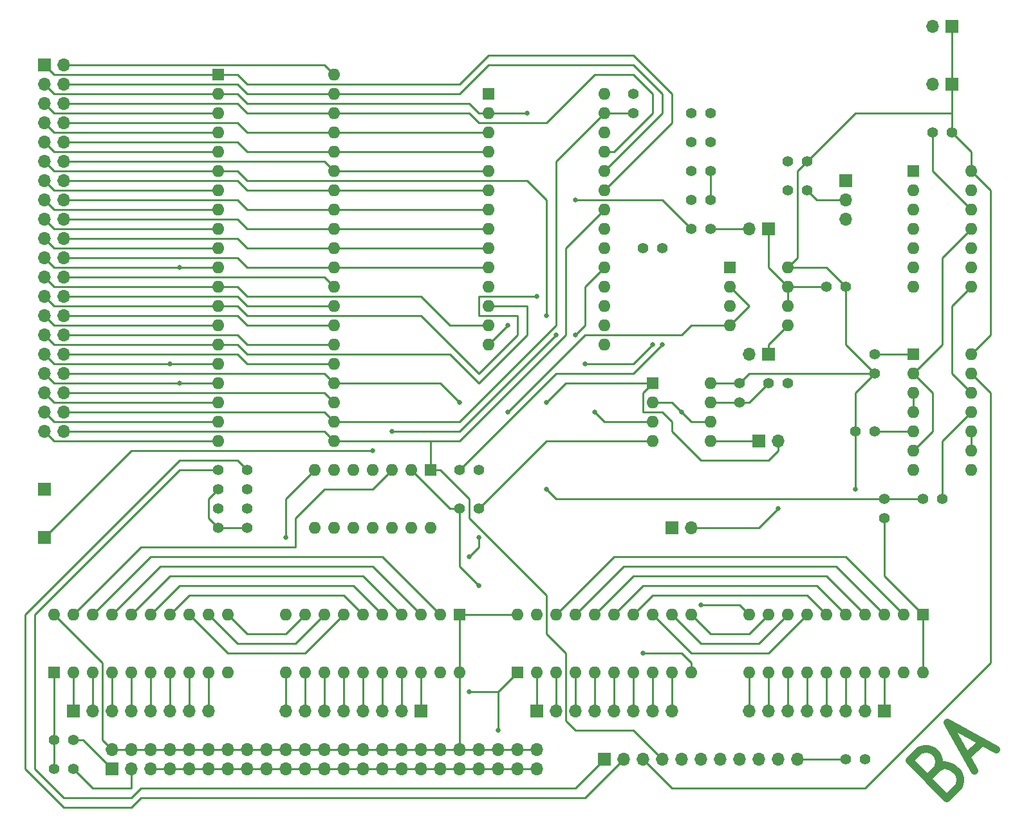
<source format=gtl>
G04 #@! TF.FileFunction,Copper,L1,Top,Mixed*
%FSLAX46Y46*%
G04 Gerber Fmt 4.6, Leading zero omitted, Abs format (unit mm)*
G04 Created by KiCad (PCBNEW 4.0.5) date 04/19/17 20:50:32*
%MOMM*%
%LPD*%
G01*
G04 APERTURE LIST*
%ADD10C,0.127000*%
%ADD11C,1.000000*%
%ADD12R,1.600000X1.600000*%
%ADD13O,1.600000X1.600000*%
%ADD14R,1.700000X1.700000*%
%ADD15O,1.700000X1.700000*%
%ADD16C,1.397000*%
%ADD17C,0.635000*%
%ADD18C,0.254000*%
G04 APERTURE END LIST*
D10*
D11*
X153071218Y-164991675D02*
X153913012Y-164621286D01*
X154350745Y-164654957D01*
X155024180Y-164924331D01*
X155731286Y-165631438D01*
X156000661Y-166304873D01*
X156034332Y-166742606D01*
X155865974Y-167382369D01*
X154249729Y-168998614D01*
X149299982Y-164048867D01*
X150714196Y-162634653D01*
X151353959Y-162466294D01*
X151791691Y-162499965D01*
X152465127Y-162769339D01*
X152936532Y-163240744D01*
X153205905Y-163914179D01*
X153239577Y-164351912D01*
X153071218Y-164991675D01*
X151657004Y-166405889D01*
X156876126Y-163543790D02*
X158896431Y-161523485D01*
X157886279Y-165362064D02*
X154350745Y-158998103D01*
X160714706Y-162533637D01*
D12*
X58420000Y-73660000D03*
D13*
X73660000Y-121920000D03*
X58420000Y-76200000D03*
X73660000Y-119380000D03*
X58420000Y-78740000D03*
X73660000Y-116840000D03*
X58420000Y-81280000D03*
X73660000Y-114300000D03*
X58420000Y-83820000D03*
X73660000Y-111760000D03*
X58420000Y-86360000D03*
X73660000Y-109220000D03*
X58420000Y-88900000D03*
X73660000Y-106680000D03*
X58420000Y-91440000D03*
X73660000Y-104140000D03*
X58420000Y-93980000D03*
X73660000Y-101600000D03*
X58420000Y-96520000D03*
X73660000Y-99060000D03*
X58420000Y-99060000D03*
X73660000Y-96520000D03*
X58420000Y-101600000D03*
X73660000Y-93980000D03*
X58420000Y-104140000D03*
X73660000Y-91440000D03*
X58420000Y-106680000D03*
X73660000Y-88900000D03*
X58420000Y-109220000D03*
X73660000Y-86360000D03*
X58420000Y-111760000D03*
X73660000Y-83820000D03*
X58420000Y-114300000D03*
X73660000Y-81280000D03*
X58420000Y-116840000D03*
X73660000Y-78740000D03*
X58420000Y-119380000D03*
X73660000Y-76200000D03*
X58420000Y-121920000D03*
X73660000Y-73660000D03*
D12*
X93980000Y-76200000D03*
D13*
X109220000Y-109220000D03*
X93980000Y-78740000D03*
X109220000Y-106680000D03*
X93980000Y-81280000D03*
X109220000Y-104140000D03*
X93980000Y-83820000D03*
X109220000Y-101600000D03*
X93980000Y-86360000D03*
X109220000Y-99060000D03*
X93980000Y-88900000D03*
X109220000Y-96520000D03*
X93980000Y-91440000D03*
X109220000Y-93980000D03*
X93980000Y-93980000D03*
X109220000Y-91440000D03*
X93980000Y-96520000D03*
X109220000Y-88900000D03*
X93980000Y-99060000D03*
X109220000Y-86360000D03*
X93980000Y-101600000D03*
X109220000Y-83820000D03*
X93980000Y-104140000D03*
X109220000Y-81280000D03*
X93980000Y-106680000D03*
X109220000Y-78740000D03*
X93980000Y-109220000D03*
X109220000Y-76200000D03*
D14*
X35560000Y-72390000D03*
D15*
X38100000Y-72390000D03*
X35560000Y-74930000D03*
X38100000Y-74930000D03*
X35560000Y-77470000D03*
X38100000Y-77470000D03*
X35560000Y-80010000D03*
X38100000Y-80010000D03*
X35560000Y-82550000D03*
X38100000Y-82550000D03*
X35560000Y-85090000D03*
X38100000Y-85090000D03*
X35560000Y-87630000D03*
X38100000Y-87630000D03*
X35560000Y-90170000D03*
X38100000Y-90170000D03*
X35560000Y-92710000D03*
X38100000Y-92710000D03*
X35560000Y-95250000D03*
X38100000Y-95250000D03*
X35560000Y-97790000D03*
X38100000Y-97790000D03*
X35560000Y-100330000D03*
X38100000Y-100330000D03*
X35560000Y-102870000D03*
X38100000Y-102870000D03*
X35560000Y-105410000D03*
X38100000Y-105410000D03*
X35560000Y-107950000D03*
X38100000Y-107950000D03*
X35560000Y-110490000D03*
X38100000Y-110490000D03*
X35560000Y-113030000D03*
X38100000Y-113030000D03*
X35560000Y-115570000D03*
X38100000Y-115570000D03*
X35560000Y-118110000D03*
X38100000Y-118110000D03*
X35560000Y-120650000D03*
X38100000Y-120650000D03*
D14*
X129540000Y-121920000D03*
D15*
X132080000Y-121920000D03*
D14*
X130810000Y-110490000D03*
D15*
X128270000Y-110490000D03*
D14*
X130810000Y-93980000D03*
D15*
X128270000Y-93980000D03*
D14*
X154940000Y-74930000D03*
D15*
X152400000Y-74930000D03*
D14*
X154940000Y-67310000D03*
D15*
X152400000Y-67310000D03*
D14*
X44450000Y-165100000D03*
D15*
X44450000Y-162560000D03*
X46990000Y-165100000D03*
X46990000Y-162560000D03*
X49530000Y-165100000D03*
X49530000Y-162560000D03*
X52070000Y-165100000D03*
X52070000Y-162560000D03*
X54610000Y-165100000D03*
X54610000Y-162560000D03*
X57150000Y-165100000D03*
X57150000Y-162560000D03*
X59690000Y-165100000D03*
X59690000Y-162560000D03*
X62230000Y-165100000D03*
X62230000Y-162560000D03*
X64770000Y-165100000D03*
X64770000Y-162560000D03*
X67310000Y-165100000D03*
X67310000Y-162560000D03*
X69850000Y-165100000D03*
X69850000Y-162560000D03*
X72390000Y-165100000D03*
X72390000Y-162560000D03*
X74930000Y-165100000D03*
X74930000Y-162560000D03*
X77470000Y-165100000D03*
X77470000Y-162560000D03*
X80010000Y-165100000D03*
X80010000Y-162560000D03*
X82550000Y-165100000D03*
X82550000Y-162560000D03*
X85090000Y-165100000D03*
X85090000Y-162560000D03*
X87630000Y-165100000D03*
X87630000Y-162560000D03*
X90170000Y-165100000D03*
X90170000Y-162560000D03*
X92710000Y-165100000D03*
X92710000Y-162560000D03*
X95250000Y-165100000D03*
X95250000Y-162560000D03*
X97790000Y-165100000D03*
X97790000Y-162560000D03*
X100330000Y-165100000D03*
X100330000Y-162560000D03*
D14*
X39370000Y-157480000D03*
D15*
X41910000Y-157480000D03*
X44450000Y-157480000D03*
X46990000Y-157480000D03*
X49530000Y-157480000D03*
X52070000Y-157480000D03*
X54610000Y-157480000D03*
X57150000Y-157480000D03*
D14*
X100330000Y-157480000D03*
D15*
X102870000Y-157480000D03*
X105410000Y-157480000D03*
X107950000Y-157480000D03*
X110490000Y-157480000D03*
X113030000Y-157480000D03*
X115570000Y-157480000D03*
X118110000Y-157480000D03*
D14*
X85090000Y-157480000D03*
D15*
X82550000Y-157480000D03*
X80010000Y-157480000D03*
X77470000Y-157480000D03*
X74930000Y-157480000D03*
X72390000Y-157480000D03*
X69850000Y-157480000D03*
X67310000Y-157480000D03*
D14*
X146050000Y-157480000D03*
D15*
X143510000Y-157480000D03*
X140970000Y-157480000D03*
X138430000Y-157480000D03*
X135890000Y-157480000D03*
X133350000Y-157480000D03*
X130810000Y-157480000D03*
X128270000Y-157480000D03*
D14*
X109220000Y-163830000D03*
D15*
X111760000Y-163830000D03*
X114300000Y-163830000D03*
X116840000Y-163830000D03*
X119380000Y-163830000D03*
X121920000Y-163830000D03*
X124460000Y-163830000D03*
X127000000Y-163830000D03*
X129540000Y-163830000D03*
X132080000Y-163830000D03*
X134620000Y-163830000D03*
D14*
X140970000Y-87630000D03*
D15*
X140970000Y-90170000D03*
X140970000Y-92710000D03*
D16*
X133350000Y-88900000D03*
X135890000Y-88900000D03*
X92710000Y-130810000D03*
X90170000Y-130810000D03*
X133350000Y-85090000D03*
X135890000Y-85090000D03*
X113030000Y-78740000D03*
X113030000Y-76200000D03*
X62230000Y-125730000D03*
X62230000Y-128270000D03*
X58420000Y-125730000D03*
X58420000Y-128270000D03*
X144780000Y-110490000D03*
X144780000Y-113030000D03*
X142240000Y-120650000D03*
X144780000Y-120650000D03*
X140970000Y-101600000D03*
X138430000Y-101600000D03*
X130810000Y-114300000D03*
X133350000Y-114300000D03*
X127000000Y-114300000D03*
X127000000Y-116840000D03*
X154940000Y-81280000D03*
X152400000Y-81280000D03*
X92710000Y-125730000D03*
X90170000Y-125730000D03*
X140970000Y-163830000D03*
X143510000Y-163830000D03*
X114300000Y-96520000D03*
X116840000Y-96520000D03*
X146050000Y-132080000D03*
X146050000Y-129540000D03*
X39370000Y-161290000D03*
X36830000Y-161290000D03*
X39370000Y-165100000D03*
X36830000Y-165100000D03*
D12*
X86360000Y-125730000D03*
D13*
X71120000Y-133350000D03*
X83820000Y-125730000D03*
X73660000Y-133350000D03*
X81280000Y-125730000D03*
X76200000Y-133350000D03*
X78740000Y-125730000D03*
X78740000Y-133350000D03*
X76200000Y-125730000D03*
X81280000Y-133350000D03*
X73660000Y-125730000D03*
X83820000Y-133350000D03*
X71120000Y-125730000D03*
X86360000Y-133350000D03*
D12*
X36830000Y-152400000D03*
D13*
X59690000Y-144780000D03*
X39370000Y-152400000D03*
X57150000Y-144780000D03*
X41910000Y-152400000D03*
X54610000Y-144780000D03*
X44450000Y-152400000D03*
X52070000Y-144780000D03*
X46990000Y-152400000D03*
X49530000Y-144780000D03*
X49530000Y-152400000D03*
X46990000Y-144780000D03*
X52070000Y-152400000D03*
X44450000Y-144780000D03*
X54610000Y-152400000D03*
X41910000Y-144780000D03*
X57150000Y-152400000D03*
X39370000Y-144780000D03*
X59690000Y-152400000D03*
X36830000Y-144780000D03*
D12*
X97790000Y-152400000D03*
D13*
X120650000Y-144780000D03*
X100330000Y-152400000D03*
X118110000Y-144780000D03*
X102870000Y-152400000D03*
X115570000Y-144780000D03*
X105410000Y-152400000D03*
X113030000Y-144780000D03*
X107950000Y-152400000D03*
X110490000Y-144780000D03*
X110490000Y-152400000D03*
X107950000Y-144780000D03*
X113030000Y-152400000D03*
X105410000Y-144780000D03*
X115570000Y-152400000D03*
X102870000Y-144780000D03*
X118110000Y-152400000D03*
X100330000Y-144780000D03*
X120650000Y-152400000D03*
X97790000Y-144780000D03*
D12*
X90170000Y-144780000D03*
D13*
X67310000Y-152400000D03*
X87630000Y-144780000D03*
X69850000Y-152400000D03*
X85090000Y-144780000D03*
X72390000Y-152400000D03*
X82550000Y-144780000D03*
X74930000Y-152400000D03*
X80010000Y-144780000D03*
X77470000Y-152400000D03*
X77470000Y-144780000D03*
X80010000Y-152400000D03*
X74930000Y-144780000D03*
X82550000Y-152400000D03*
X72390000Y-144780000D03*
X85090000Y-152400000D03*
X69850000Y-144780000D03*
X87630000Y-152400000D03*
X67310000Y-144780000D03*
X90170000Y-152400000D03*
D12*
X151130000Y-144780000D03*
D13*
X128270000Y-152400000D03*
X148590000Y-144780000D03*
X130810000Y-152400000D03*
X146050000Y-144780000D03*
X133350000Y-152400000D03*
X143510000Y-144780000D03*
X135890000Y-152400000D03*
X140970000Y-144780000D03*
X138430000Y-152400000D03*
X138430000Y-144780000D03*
X140970000Y-152400000D03*
X135890000Y-144780000D03*
X143510000Y-152400000D03*
X133350000Y-144780000D03*
X146050000Y-152400000D03*
X130810000Y-144780000D03*
X148590000Y-152400000D03*
X128270000Y-144780000D03*
X151130000Y-152400000D03*
D12*
X115570000Y-114300000D03*
D13*
X123190000Y-121920000D03*
X115570000Y-116840000D03*
X123190000Y-119380000D03*
X115570000Y-119380000D03*
X123190000Y-116840000D03*
X115570000Y-121920000D03*
X123190000Y-114300000D03*
D12*
X125730000Y-99060000D03*
D13*
X133350000Y-106680000D03*
X125730000Y-101600000D03*
X133350000Y-104140000D03*
X125730000Y-104140000D03*
X133350000Y-101600000D03*
X125730000Y-106680000D03*
X133350000Y-99060000D03*
D12*
X149860000Y-110490000D03*
D13*
X157480000Y-125730000D03*
X149860000Y-113030000D03*
X157480000Y-123190000D03*
X149860000Y-115570000D03*
X157480000Y-120650000D03*
X149860000Y-118110000D03*
X157480000Y-118110000D03*
X149860000Y-120650000D03*
X157480000Y-115570000D03*
X149860000Y-123190000D03*
X157480000Y-113030000D03*
X149860000Y-125730000D03*
X157480000Y-110490000D03*
D12*
X149860000Y-86360000D03*
D13*
X157480000Y-101600000D03*
X149860000Y-88900000D03*
X157480000Y-99060000D03*
X149860000Y-91440000D03*
X157480000Y-96520000D03*
X149860000Y-93980000D03*
X157480000Y-93980000D03*
X149860000Y-96520000D03*
X157480000Y-91440000D03*
X149860000Y-99060000D03*
X157480000Y-88900000D03*
X149860000Y-101600000D03*
X157480000Y-86360000D03*
D14*
X118110000Y-133350000D03*
D15*
X120650000Y-133350000D03*
D16*
X58420000Y-133350000D03*
X58420000Y-130810000D03*
X62230000Y-133350000D03*
X62230000Y-130810000D03*
X153670000Y-129540000D03*
X151130000Y-129540000D03*
D14*
X35560000Y-128270000D03*
X35560000Y-134620000D03*
D16*
X120650000Y-78740000D03*
X123190000Y-78740000D03*
X120650000Y-82550000D03*
X123190000Y-82550000D03*
X120650000Y-90170000D03*
X123190000Y-90170000D03*
X120650000Y-86360000D03*
X123190000Y-86360000D03*
X120650000Y-93980000D03*
X123190000Y-93980000D03*
D17*
X96520000Y-106680000D03*
X132080000Y-130810000D03*
X114300000Y-149860000D03*
X95250000Y-160020000D03*
X91440000Y-154940000D03*
X121920000Y-143510000D03*
X67310000Y-134620000D03*
X101600000Y-116840000D03*
X53340000Y-99060000D03*
X92710000Y-134620000D03*
X91440000Y-137160000D03*
X142240000Y-128270000D03*
X99060000Y-78740000D03*
X105410000Y-90170000D03*
X107950000Y-118110000D03*
X101600000Y-105410000D03*
X105410000Y-107950000D03*
X100330000Y-102870000D03*
X96520000Y-118110000D03*
X52070000Y-111760000D03*
X53340000Y-114300000D03*
X101600000Y-128270000D03*
X90170000Y-116840000D03*
X116840000Y-109220000D03*
X92710000Y-140970000D03*
X119380000Y-118110000D03*
X115570000Y-109220000D03*
X106680000Y-111760000D03*
X102870000Y-107950000D03*
X81280000Y-120650000D03*
X78740000Y-123190000D03*
D18*
X129540000Y-121920000D02*
X123190000Y-121920000D01*
X96520000Y-106680000D02*
X93980000Y-109220000D01*
X123190000Y-90170000D02*
X123190000Y-86360000D01*
X128270000Y-93980000D02*
X123190000Y-93980000D01*
X120650000Y-133350000D02*
X129540000Y-133350000D01*
X129540000Y-133350000D02*
X132080000Y-130810000D01*
X120650000Y-151130000D02*
X120650000Y-152400000D01*
X119380000Y-149860000D02*
X120650000Y-151130000D01*
X114300000Y-149860000D02*
X119380000Y-149860000D01*
X95250000Y-160020000D02*
X95250000Y-154940000D01*
X97790000Y-152400000D02*
X95250000Y-154940000D01*
X95250000Y-154940000D02*
X91440000Y-154940000D01*
X121920000Y-143510000D02*
X127000000Y-143510000D01*
X127000000Y-143510000D02*
X128270000Y-144780000D01*
X132080000Y-121920000D02*
X132080000Y-123190000D01*
X114300000Y-115570000D02*
X115570000Y-114300000D01*
X114300000Y-118110000D02*
X114300000Y-115570000D01*
X116840000Y-118110000D02*
X114300000Y-118110000D01*
X118110000Y-119380000D02*
X116840000Y-118110000D01*
X118110000Y-120650000D02*
X118110000Y-119380000D01*
X121920000Y-124460000D02*
X118110000Y-120650000D01*
X130810000Y-124460000D02*
X121920000Y-124460000D01*
X132080000Y-123190000D02*
X130810000Y-124460000D01*
X49530000Y-165100000D02*
X52070000Y-165100000D01*
X52070000Y-165100000D02*
X54610000Y-165100000D01*
X54610000Y-165100000D02*
X57150000Y-165100000D01*
X57150000Y-165100000D02*
X59690000Y-165100000D01*
X59690000Y-165100000D02*
X62230000Y-165100000D01*
X62230000Y-165100000D02*
X64770000Y-165100000D01*
X64770000Y-165100000D02*
X67310000Y-165100000D01*
X67310000Y-165100000D02*
X69850000Y-165100000D01*
X69850000Y-165100000D02*
X72390000Y-165100000D01*
X72390000Y-165100000D02*
X74930000Y-165100000D01*
X74930000Y-165100000D02*
X77470000Y-165100000D01*
X77470000Y-165100000D02*
X80010000Y-165100000D01*
X80010000Y-165100000D02*
X82550000Y-165100000D01*
X82550000Y-165100000D02*
X85090000Y-165100000D01*
X85090000Y-165100000D02*
X87630000Y-165100000D01*
X87630000Y-165100000D02*
X90170000Y-165100000D01*
X90170000Y-165100000D02*
X92710000Y-165100000D01*
X92710000Y-165100000D02*
X95250000Y-165100000D01*
X95250000Y-165100000D02*
X97790000Y-165100000D01*
X97790000Y-165100000D02*
X100330000Y-165100000D01*
X36830000Y-161290000D02*
X36830000Y-152400000D01*
X36830000Y-165100000D02*
X36830000Y-161290000D01*
X71120000Y-125730000D02*
X67310000Y-129540000D01*
X67310000Y-129540000D02*
X67310000Y-134620000D01*
X115570000Y-114300000D02*
X104140000Y-114300000D01*
X104140000Y-114300000D02*
X101600000Y-116840000D01*
X38100000Y-100330000D02*
X72390000Y-100330000D01*
X72390000Y-100330000D02*
X73660000Y-101600000D01*
X130810000Y-110490000D02*
X130810000Y-109220000D01*
X130810000Y-109220000D02*
X133350000Y-106680000D01*
X133350000Y-101600000D02*
X138430000Y-101600000D01*
X133350000Y-101600000D02*
X133350000Y-104140000D01*
X133350000Y-101600000D02*
X130810000Y-99060000D01*
X130810000Y-99060000D02*
X130810000Y-93980000D01*
X62230000Y-133350000D02*
X58420000Y-133350000D01*
X58420000Y-133350000D02*
X57150000Y-132080000D01*
X57150000Y-132080000D02*
X57150000Y-129540000D01*
X57150000Y-129540000D02*
X58420000Y-128270000D01*
X92710000Y-135890000D02*
X92710000Y-134620000D01*
X91440000Y-137160000D02*
X92710000Y-135890000D01*
X92710000Y-130810000D02*
X101600000Y-121920000D01*
X101600000Y-121920000D02*
X115570000Y-121920000D01*
X90170000Y-144780000D02*
X97790000Y-144780000D01*
X90170000Y-152400000D02*
X90170000Y-144780000D01*
X90170000Y-162560000D02*
X90170000Y-152400000D01*
X44450000Y-162560000D02*
X43180000Y-161290000D01*
X43180000Y-151130000D02*
X36830000Y-144780000D01*
X43180000Y-161290000D02*
X43180000Y-151130000D01*
X100330000Y-162560000D02*
X97790000Y-162560000D01*
X97790000Y-162560000D02*
X95250000Y-162560000D01*
X95250000Y-162560000D02*
X92710000Y-162560000D01*
X92710000Y-162560000D02*
X90170000Y-162560000D01*
X90170000Y-162560000D02*
X87630000Y-162560000D01*
X87630000Y-162560000D02*
X85090000Y-162560000D01*
X85090000Y-162560000D02*
X82550000Y-162560000D01*
X82550000Y-162560000D02*
X80010000Y-162560000D01*
X80010000Y-162560000D02*
X77470000Y-162560000D01*
X77470000Y-162560000D02*
X74930000Y-162560000D01*
X74930000Y-162560000D02*
X72390000Y-162560000D01*
X72390000Y-162560000D02*
X69850000Y-162560000D01*
X69850000Y-162560000D02*
X67310000Y-162560000D01*
X67310000Y-162560000D02*
X64770000Y-162560000D01*
X64770000Y-162560000D02*
X62230000Y-162560000D01*
X62230000Y-162560000D02*
X59690000Y-162560000D01*
X59690000Y-162560000D02*
X57150000Y-162560000D01*
X57150000Y-162560000D02*
X54610000Y-162560000D01*
X54610000Y-162560000D02*
X52070000Y-162560000D01*
X52070000Y-162560000D02*
X49530000Y-162560000D01*
X49530000Y-162560000D02*
X46990000Y-162560000D01*
X46990000Y-162560000D02*
X44450000Y-162560000D01*
X142240000Y-128270000D02*
X142240000Y-120650000D01*
X151130000Y-144780000D02*
X146050000Y-139700000D01*
X151130000Y-152400000D02*
X151130000Y-144780000D01*
X127000000Y-114300000D02*
X128270000Y-113030000D01*
X128270000Y-113030000D02*
X144780000Y-113030000D01*
X157480000Y-110490000D02*
X160020000Y-107950000D01*
X160020000Y-88900000D02*
X157480000Y-86360000D01*
X160020000Y-107950000D02*
X160020000Y-88900000D01*
X144780000Y-113030000D02*
X142240000Y-115570000D01*
X142240000Y-115570000D02*
X142240000Y-120650000D01*
X144780000Y-113030000D02*
X140970000Y-109220000D01*
X140970000Y-109220000D02*
X140970000Y-101600000D01*
X135890000Y-85090000D02*
X142240000Y-78740000D01*
X142240000Y-78740000D02*
X154940000Y-78740000D01*
X154940000Y-81280000D02*
X157480000Y-83820000D01*
X157480000Y-83820000D02*
X157480000Y-86360000D01*
X154940000Y-74930000D02*
X154940000Y-78740000D01*
X154940000Y-78740000D02*
X154940000Y-81280000D01*
X154940000Y-67310000D02*
X154940000Y-74930000D01*
X133350000Y-99060000D02*
X134620000Y-97790000D01*
X134620000Y-97790000D02*
X134620000Y-86360000D01*
X134620000Y-86360000D02*
X135890000Y-85090000D01*
X140970000Y-101600000D02*
X138430000Y-99060000D01*
X138430000Y-99060000D02*
X133350000Y-99060000D01*
X123190000Y-114300000D02*
X127000000Y-114300000D01*
X35560000Y-97790000D02*
X36830000Y-99060000D01*
X36830000Y-99060000D02*
X53340000Y-99060000D01*
X53340000Y-99060000D02*
X58420000Y-99060000D01*
X146050000Y-139700000D02*
X146050000Y-132080000D01*
X39370000Y-161290000D02*
X40640000Y-161290000D01*
X40640000Y-161290000D02*
X44450000Y-165100000D01*
X39370000Y-165100000D02*
X41910000Y-167640000D01*
X46990000Y-167640000D02*
X46990000Y-165100000D01*
X41910000Y-167640000D02*
X46990000Y-167640000D01*
X39370000Y-157480000D02*
X39370000Y-152400000D01*
X41910000Y-157480000D02*
X41910000Y-152400000D01*
X44450000Y-157480000D02*
X44450000Y-152400000D01*
X46990000Y-157480000D02*
X46990000Y-152400000D01*
X49530000Y-157480000D02*
X49530000Y-152400000D01*
X52070000Y-157480000D02*
X52070000Y-152400000D01*
X54610000Y-157480000D02*
X54610000Y-152400000D01*
X57150000Y-157480000D02*
X57150000Y-152400000D01*
X100330000Y-157480000D02*
X100330000Y-152400000D01*
X102870000Y-157480000D02*
X102870000Y-152400000D01*
X105410000Y-157480000D02*
X105410000Y-152400000D01*
X107950000Y-157480000D02*
X107950000Y-152400000D01*
X110490000Y-157480000D02*
X110490000Y-152400000D01*
X113030000Y-157480000D02*
X113030000Y-152400000D01*
X115570000Y-157480000D02*
X115570000Y-152400000D01*
X118110000Y-157480000D02*
X118110000Y-152400000D01*
X58420000Y-73660000D02*
X60960000Y-73660000D01*
X118110000Y-80010000D02*
X109220000Y-88900000D01*
X118110000Y-76200000D02*
X118110000Y-80010000D01*
X113030000Y-71120000D02*
X118110000Y-76200000D01*
X93980000Y-71120000D02*
X113030000Y-71120000D01*
X90170000Y-74930000D02*
X93980000Y-71120000D01*
X62230000Y-74930000D02*
X90170000Y-74930000D01*
X60960000Y-73660000D02*
X62230000Y-74930000D01*
X35560000Y-72390000D02*
X36830000Y-73660000D01*
X36830000Y-73660000D02*
X58420000Y-73660000D01*
X38100000Y-72390000D02*
X72390000Y-72390000D01*
X72390000Y-72390000D02*
X73660000Y-73660000D01*
X120650000Y-93980000D02*
X116840000Y-90170000D01*
X116840000Y-90170000D02*
X105410000Y-90170000D01*
X99060000Y-78740000D02*
X93980000Y-78740000D01*
X58420000Y-76200000D02*
X60960000Y-76200000D01*
X92710000Y-78740000D02*
X93980000Y-78740000D01*
X91440000Y-77470000D02*
X92710000Y-78740000D01*
X62230000Y-77470000D02*
X91440000Y-77470000D01*
X60960000Y-76200000D02*
X62230000Y-77470000D01*
X35560000Y-74930000D02*
X36830000Y-76200000D01*
X36830000Y-76200000D02*
X58420000Y-76200000D01*
X73660000Y-76200000D02*
X90170000Y-76200000D01*
X90170000Y-76200000D02*
X93980000Y-72390000D01*
X38100000Y-74930000D02*
X60960000Y-74930000D01*
X62230000Y-76200000D02*
X73660000Y-76200000D01*
X60960000Y-74930000D02*
X62230000Y-76200000D01*
X109220000Y-86360000D02*
X116840000Y-78740000D01*
X113030000Y-72390000D02*
X93980000Y-72390000D01*
X116840000Y-76200000D02*
X113030000Y-72390000D01*
X116840000Y-78740000D02*
X116840000Y-76200000D01*
X35560000Y-77470000D02*
X36830000Y-78740000D01*
X36830000Y-78740000D02*
X58420000Y-78740000D01*
X73660000Y-78740000D02*
X91440000Y-78740000D01*
X110490000Y-83820000D02*
X115570000Y-78740000D01*
X115570000Y-78740000D02*
X115570000Y-76200000D01*
X115570000Y-76200000D02*
X113030000Y-73660000D01*
X110490000Y-83820000D02*
X109220000Y-83820000D01*
X107950000Y-73660000D02*
X113030000Y-73660000D01*
X101600000Y-80010000D02*
X107950000Y-73660000D01*
X92710000Y-80010000D02*
X101600000Y-80010000D01*
X91440000Y-78740000D02*
X92710000Y-80010000D01*
X38100000Y-77470000D02*
X60960000Y-77470000D01*
X62230000Y-78740000D02*
X73660000Y-78740000D01*
X60960000Y-77470000D02*
X62230000Y-78740000D01*
X35560000Y-80010000D02*
X36830000Y-81280000D01*
X36830000Y-81280000D02*
X58420000Y-81280000D01*
X38100000Y-80010000D02*
X60960000Y-80010000D01*
X62230000Y-81280000D02*
X73660000Y-81280000D01*
X60960000Y-80010000D02*
X62230000Y-81280000D01*
X73660000Y-81280000D02*
X93980000Y-81280000D01*
X59690000Y-144780000D02*
X62230000Y-147320000D01*
X62230000Y-147320000D02*
X67310000Y-147320000D01*
X67310000Y-147320000D02*
X69850000Y-144780000D01*
X35560000Y-82550000D02*
X36830000Y-83820000D01*
X36830000Y-83820000D02*
X58420000Y-83820000D01*
X38100000Y-82550000D02*
X60960000Y-82550000D01*
X62230000Y-83820000D02*
X73660000Y-83820000D01*
X60960000Y-82550000D02*
X62230000Y-83820000D01*
X73660000Y-83820000D02*
X93980000Y-83820000D01*
X57150000Y-144780000D02*
X60960000Y-148590000D01*
X60960000Y-148590000D02*
X68580000Y-148590000D01*
X68580000Y-148590000D02*
X72390000Y-144780000D01*
X115570000Y-119380000D02*
X109220000Y-119380000D01*
X109220000Y-119380000D02*
X107950000Y-118110000D01*
X58420000Y-86360000D02*
X60960000Y-86360000D01*
X101600000Y-90170000D02*
X101600000Y-105410000D01*
X99060000Y-87630000D02*
X101600000Y-90170000D01*
X62230000Y-87630000D02*
X99060000Y-87630000D01*
X60960000Y-86360000D02*
X62230000Y-87630000D01*
X35560000Y-85090000D02*
X36830000Y-86360000D01*
X36830000Y-86360000D02*
X58420000Y-86360000D01*
X73660000Y-86360000D02*
X93980000Y-86360000D01*
X54610000Y-144780000D02*
X59690000Y-149860000D01*
X59690000Y-149860000D02*
X69850000Y-149860000D01*
X69850000Y-149860000D02*
X74930000Y-144780000D01*
X38100000Y-85090000D02*
X72390000Y-85090000D01*
X72390000Y-85090000D02*
X73660000Y-86360000D01*
X113030000Y-144780000D02*
X115570000Y-142240000D01*
X135890000Y-142240000D02*
X138430000Y-144780000D01*
X115570000Y-142240000D02*
X135890000Y-142240000D01*
X35560000Y-87630000D02*
X36830000Y-88900000D01*
X36830000Y-88900000D02*
X58420000Y-88900000D01*
X38100000Y-87630000D02*
X60960000Y-87630000D01*
X62230000Y-88900000D02*
X73660000Y-88900000D01*
X60960000Y-87630000D02*
X62230000Y-88900000D01*
X73660000Y-88900000D02*
X93980000Y-88900000D01*
X52070000Y-144780000D02*
X54610000Y-142240000D01*
X54610000Y-142240000D02*
X74930000Y-142240000D01*
X74930000Y-142240000D02*
X77470000Y-144780000D01*
X110490000Y-144780000D02*
X114300000Y-140970000D01*
X137160000Y-140970000D02*
X140970000Y-144780000D01*
X114300000Y-140970000D02*
X137160000Y-140970000D01*
X35560000Y-90170000D02*
X36830000Y-91440000D01*
X36830000Y-91440000D02*
X58420000Y-91440000D01*
X38100000Y-90170000D02*
X60960000Y-90170000D01*
X62230000Y-91440000D02*
X73660000Y-91440000D01*
X60960000Y-90170000D02*
X62230000Y-91440000D01*
X73660000Y-91440000D02*
X93980000Y-91440000D01*
X49530000Y-144780000D02*
X53340000Y-140970000D01*
X53340000Y-140970000D02*
X76200000Y-140970000D01*
X76200000Y-140970000D02*
X80010000Y-144780000D01*
X115570000Y-144780000D02*
X120650000Y-149860000D01*
X130810000Y-149860000D02*
X135890000Y-144780000D01*
X120650000Y-149860000D02*
X130810000Y-149860000D01*
X35560000Y-92710000D02*
X36830000Y-93980000D01*
X36830000Y-93980000D02*
X58420000Y-93980000D01*
X38100000Y-92710000D02*
X60960000Y-92710000D01*
X62230000Y-93980000D02*
X73660000Y-93980000D01*
X60960000Y-92710000D02*
X62230000Y-93980000D01*
X73660000Y-93980000D02*
X93980000Y-93980000D01*
X46990000Y-144780000D02*
X52070000Y-139700000D01*
X52070000Y-139700000D02*
X77470000Y-139700000D01*
X77470000Y-139700000D02*
X82550000Y-144780000D01*
X118110000Y-144780000D02*
X121920000Y-148590000D01*
X129540000Y-148590000D02*
X133350000Y-144780000D01*
X121920000Y-148590000D02*
X129540000Y-148590000D01*
X35560000Y-95250000D02*
X36830000Y-96520000D01*
X36830000Y-96520000D02*
X58420000Y-96520000D01*
X38100000Y-95250000D02*
X60960000Y-95250000D01*
X62230000Y-96520000D02*
X73660000Y-96520000D01*
X60960000Y-95250000D02*
X62230000Y-96520000D01*
X93980000Y-96520000D02*
X73660000Y-96520000D01*
X44450000Y-144780000D02*
X50800000Y-138430000D01*
X50800000Y-138430000D02*
X78740000Y-138430000D01*
X78740000Y-138430000D02*
X85090000Y-144780000D01*
X38100000Y-97790000D02*
X60960000Y-97790000D01*
X62230000Y-99060000D02*
X73660000Y-99060000D01*
X60960000Y-97790000D02*
X62230000Y-99060000D01*
X73660000Y-99060000D02*
X93980000Y-99060000D01*
X41910000Y-144780000D02*
X49530000Y-137160000D01*
X49530000Y-137160000D02*
X80010000Y-137160000D01*
X80010000Y-137160000D02*
X87630000Y-144780000D01*
X58420000Y-101600000D02*
X60960000Y-101600000D01*
X88900000Y-106680000D02*
X93980000Y-106680000D01*
X85090000Y-102870000D02*
X88900000Y-106680000D01*
X62230000Y-102870000D02*
X85090000Y-102870000D01*
X60960000Y-101600000D02*
X62230000Y-102870000D01*
X107950000Y-144780000D02*
X113030000Y-139700000D01*
X138430000Y-139700000D02*
X143510000Y-144780000D01*
X113030000Y-139700000D02*
X138430000Y-139700000D01*
X35560000Y-100330000D02*
X36830000Y-101600000D01*
X36830000Y-101600000D02*
X58420000Y-101600000D01*
X58420000Y-104140000D02*
X60960000Y-104140000D01*
X106680000Y-101600000D02*
X109220000Y-99060000D01*
X106680000Y-106680000D02*
X106680000Y-101600000D01*
X105410000Y-107950000D02*
X106680000Y-106680000D01*
X92710000Y-102870000D02*
X100330000Y-102870000D01*
X92710000Y-105410000D02*
X92710000Y-102870000D01*
X97790000Y-105410000D02*
X92710000Y-105410000D01*
X97790000Y-107950000D02*
X97790000Y-105410000D01*
X92710000Y-113030000D02*
X97790000Y-107950000D01*
X85090000Y-105410000D02*
X92710000Y-113030000D01*
X62230000Y-105410000D02*
X85090000Y-105410000D01*
X60960000Y-104140000D02*
X62230000Y-105410000D01*
X120650000Y-144780000D02*
X123190000Y-147320000D01*
X128270000Y-147320000D02*
X130810000Y-144780000D01*
X123190000Y-147320000D02*
X128270000Y-147320000D01*
X35560000Y-102870000D02*
X36830000Y-104140000D01*
X36830000Y-104140000D02*
X58420000Y-104140000D01*
X38100000Y-102870000D02*
X60960000Y-102870000D01*
X62230000Y-104140000D02*
X73660000Y-104140000D01*
X60960000Y-102870000D02*
X62230000Y-104140000D01*
X102870000Y-144780000D02*
X110490000Y-137160000D01*
X140970000Y-137160000D02*
X148590000Y-144780000D01*
X110490000Y-137160000D02*
X140970000Y-137160000D01*
X35560000Y-105410000D02*
X36830000Y-106680000D01*
X36830000Y-106680000D02*
X58420000Y-106680000D01*
X120650000Y-106680000D02*
X125730000Y-106680000D01*
X119380000Y-107950000D02*
X120650000Y-106680000D01*
X106680000Y-107950000D02*
X119380000Y-107950000D01*
X96520000Y-118110000D02*
X106680000Y-107950000D01*
X38100000Y-105410000D02*
X60960000Y-105410000D01*
X62230000Y-106680000D02*
X73660000Y-106680000D01*
X60960000Y-105410000D02*
X62230000Y-106680000D01*
X125730000Y-106680000D02*
X128270000Y-104140000D01*
X128270000Y-104140000D02*
X125730000Y-101600000D01*
X58420000Y-109220000D02*
X60960000Y-109220000D01*
X99060000Y-104140000D02*
X93980000Y-104140000D01*
X99060000Y-107950000D02*
X99060000Y-104140000D01*
X92710000Y-114300000D02*
X99060000Y-107950000D01*
X88900000Y-110490000D02*
X92710000Y-114300000D01*
X62230000Y-110490000D02*
X88900000Y-110490000D01*
X60960000Y-109220000D02*
X62230000Y-110490000D01*
X105410000Y-144780000D02*
X111760000Y-138430000D01*
X139700000Y-138430000D02*
X146050000Y-144780000D01*
X111760000Y-138430000D02*
X139700000Y-138430000D01*
X35560000Y-107950000D02*
X36830000Y-109220000D01*
X36830000Y-109220000D02*
X58420000Y-109220000D01*
X38100000Y-107950000D02*
X60960000Y-107950000D01*
X62230000Y-109220000D02*
X73660000Y-109220000D01*
X60960000Y-107950000D02*
X62230000Y-109220000D01*
X109220000Y-163830000D02*
X105410000Y-167640000D01*
X53340000Y-125730000D02*
X58420000Y-125730000D01*
X34290000Y-144780000D02*
X53340000Y-125730000D01*
X34290000Y-165100000D02*
X34290000Y-144780000D01*
X38100000Y-168910000D02*
X34290000Y-165100000D01*
X46990000Y-168910000D02*
X38100000Y-168910000D01*
X48260000Y-167640000D02*
X46990000Y-168910000D01*
X105410000Y-167640000D02*
X48260000Y-167640000D01*
X35560000Y-110490000D02*
X36830000Y-111760000D01*
X36830000Y-111760000D02*
X52070000Y-111760000D01*
X52070000Y-111760000D02*
X58420000Y-111760000D01*
X38100000Y-110490000D02*
X60960000Y-110490000D01*
X62230000Y-111760000D02*
X73660000Y-111760000D01*
X60960000Y-110490000D02*
X62230000Y-111760000D01*
X111760000Y-163830000D02*
X106680000Y-168910000D01*
X60960000Y-124460000D02*
X62230000Y-125730000D01*
X53340000Y-124460000D02*
X60960000Y-124460000D01*
X33020000Y-144780000D02*
X53340000Y-124460000D01*
X33020000Y-165100000D02*
X33020000Y-144780000D01*
X38100000Y-170180000D02*
X33020000Y-165100000D01*
X46990000Y-170180000D02*
X38100000Y-170180000D01*
X48260000Y-168910000D02*
X46990000Y-170180000D01*
X106680000Y-168910000D02*
X48260000Y-168910000D01*
X35560000Y-113030000D02*
X36830000Y-114300000D01*
X36830000Y-114300000D02*
X53340000Y-114300000D01*
X53340000Y-114300000D02*
X58420000Y-114300000D01*
X151130000Y-129540000D02*
X148590000Y-129540000D01*
X148590000Y-129540000D02*
X146050000Y-129540000D01*
X146050000Y-129540000D02*
X102870000Y-129540000D01*
X102870000Y-129540000D02*
X101600000Y-128270000D01*
X87630000Y-114300000D02*
X73660000Y-114300000D01*
X90170000Y-116840000D02*
X87630000Y-114300000D01*
X38100000Y-113030000D02*
X72390000Y-113030000D01*
X72390000Y-113030000D02*
X73660000Y-114300000D01*
X35560000Y-115570000D02*
X36830000Y-116840000D01*
X36830000Y-116840000D02*
X58420000Y-116840000D01*
X113030000Y-113030000D02*
X111760000Y-113030000D01*
X116840000Y-109220000D02*
X113030000Y-113030000D01*
X102870000Y-113030000D02*
X90170000Y-125730000D01*
X111760000Y-113030000D02*
X102870000Y-113030000D01*
X38100000Y-115570000D02*
X72390000Y-115570000D01*
X72390000Y-115570000D02*
X73660000Y-116840000D01*
X35560000Y-118110000D02*
X36830000Y-119380000D01*
X36830000Y-119380000D02*
X58420000Y-119380000D01*
X73660000Y-119380000D02*
X90170000Y-119380000D01*
X102870000Y-85090000D02*
X109220000Y-78740000D01*
X102870000Y-106680000D02*
X102870000Y-85090000D01*
X90170000Y-119380000D02*
X102870000Y-106680000D01*
X113030000Y-78740000D02*
X109220000Y-78740000D01*
X38100000Y-118110000D02*
X72390000Y-118110000D01*
X72390000Y-118110000D02*
X73660000Y-119380000D01*
X35560000Y-120650000D02*
X36830000Y-121920000D01*
X36830000Y-121920000D02*
X58420000Y-121920000D01*
X91440000Y-132080000D02*
X91440000Y-129540000D01*
X91440000Y-132080000D02*
X101600000Y-142240000D01*
X101600000Y-142240000D02*
X101600000Y-147320000D01*
X101600000Y-147320000D02*
X104140000Y-149860000D01*
X104140000Y-149860000D02*
X104140000Y-158750000D01*
X104140000Y-158750000D02*
X105410000Y-160020000D01*
X105410000Y-160020000D02*
X113030000Y-160020000D01*
X116840000Y-163830000D02*
X113030000Y-160020000D01*
X87630000Y-125730000D02*
X86360000Y-125730000D01*
X91440000Y-129540000D02*
X87630000Y-125730000D01*
X86360000Y-121920000D02*
X86360000Y-125730000D01*
X73660000Y-121920000D02*
X86360000Y-121920000D01*
X86360000Y-121920000D02*
X90170000Y-121920000D01*
X104140000Y-97790000D02*
X104140000Y-96520000D01*
X104140000Y-96520000D02*
X109220000Y-91440000D01*
X90170000Y-121920000D02*
X104140000Y-107950000D01*
X104140000Y-107950000D02*
X104140000Y-97790000D01*
X38100000Y-120650000D02*
X72390000Y-120650000D01*
X72390000Y-120650000D02*
X73660000Y-121920000D01*
X85090000Y-157480000D02*
X85090000Y-152400000D01*
X82550000Y-157480000D02*
X82550000Y-152400000D01*
X80010000Y-157480000D02*
X80010000Y-152400000D01*
X77470000Y-157480000D02*
X77470000Y-152400000D01*
X74930000Y-157480000D02*
X74930000Y-152400000D01*
X72390000Y-157480000D02*
X72390000Y-152400000D01*
X69850000Y-157480000D02*
X69850000Y-152400000D01*
X67310000Y-157480000D02*
X67310000Y-152400000D01*
X146050000Y-157480000D02*
X146050000Y-152400000D01*
X143510000Y-157480000D02*
X143510000Y-152400000D01*
X140970000Y-157480000D02*
X140970000Y-152400000D01*
X138430000Y-157480000D02*
X138430000Y-152400000D01*
X135890000Y-157480000D02*
X135890000Y-152400000D01*
X133350000Y-157480000D02*
X133350000Y-152400000D01*
X130810000Y-157480000D02*
X130810000Y-152400000D01*
X128270000Y-157480000D02*
X128270000Y-152400000D01*
X114300000Y-163830000D02*
X118110000Y-167640000D01*
X160020000Y-115570000D02*
X157480000Y-113030000D01*
X160020000Y-151130000D02*
X160020000Y-115570000D01*
X158750000Y-152400000D02*
X160020000Y-151130000D01*
X143510000Y-167640000D02*
X158750000Y-152400000D01*
X118110000Y-167640000D02*
X143510000Y-167640000D01*
X149860000Y-110490000D02*
X144780000Y-110490000D01*
X149860000Y-120650000D02*
X144780000Y-120650000D01*
X140970000Y-163830000D02*
X134620000Y-163830000D01*
X90170000Y-130810000D02*
X90170000Y-138430000D01*
X90170000Y-138430000D02*
X92710000Y-140970000D01*
X90170000Y-130810000D02*
X88900000Y-130810000D01*
X88900000Y-130810000D02*
X83820000Y-125730000D01*
X135890000Y-88900000D02*
X137160000Y-90170000D01*
X137160000Y-90170000D02*
X140970000Y-90170000D01*
X127000000Y-116840000D02*
X128270000Y-116840000D01*
X128270000Y-116840000D02*
X130810000Y-114300000D01*
X127000000Y-116840000D02*
X123190000Y-116840000D01*
X152400000Y-81280000D02*
X152400000Y-86360000D01*
X152400000Y-86360000D02*
X157480000Y-91440000D01*
X68580000Y-135890000D02*
X68580000Y-132080000D01*
X68580000Y-132080000D02*
X72390000Y-128270000D01*
X48260000Y-135890000D02*
X68580000Y-135890000D01*
X78740000Y-128270000D02*
X81280000Y-125730000D01*
X72390000Y-128270000D02*
X78740000Y-128270000D01*
X39370000Y-144780000D02*
X48260000Y-135890000D01*
X157480000Y-123190000D02*
X157480000Y-120650000D01*
X149860000Y-123190000D02*
X152400000Y-120650000D01*
X152400000Y-115570000D02*
X149860000Y-113030000D01*
X152400000Y-120650000D02*
X152400000Y-115570000D01*
X149860000Y-113030000D02*
X153670000Y-109220000D01*
X153670000Y-97790000D02*
X157480000Y-93980000D01*
X153670000Y-109220000D02*
X153670000Y-97790000D01*
X149860000Y-115570000D02*
X149860000Y-118110000D01*
X157480000Y-115570000D02*
X154940000Y-113030000D01*
X154940000Y-104140000D02*
X157480000Y-101600000D01*
X154940000Y-113030000D02*
X154940000Y-104140000D01*
X153670000Y-129540000D02*
X153670000Y-121920000D01*
X153670000Y-121920000D02*
X157480000Y-118110000D01*
X123190000Y-119380000D02*
X120650000Y-119380000D01*
X118110000Y-116840000D02*
X115570000Y-116840000D01*
X120650000Y-119380000D02*
X119380000Y-118110000D01*
X119380000Y-118110000D02*
X118110000Y-116840000D01*
X35560000Y-134620000D02*
X46990000Y-123190000D01*
X113030000Y-111760000D02*
X115570000Y-109220000D01*
X106680000Y-111760000D02*
X113030000Y-111760000D01*
X90170000Y-120650000D02*
X102870000Y-107950000D01*
X81280000Y-120650000D02*
X90170000Y-120650000D01*
X46990000Y-123190000D02*
X78740000Y-123190000D01*
M02*

</source>
